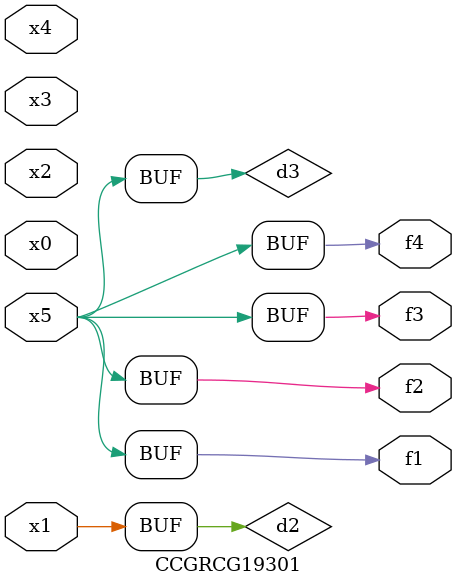
<source format=v>
module CCGRCG19301(
	input x0, x1, x2, x3, x4, x5,
	output f1, f2, f3, f4
);

	wire d1, d2, d3;

	not (d1, x5);
	or (d2, x1);
	xnor (d3, d1);
	assign f1 = d3;
	assign f2 = d3;
	assign f3 = d3;
	assign f4 = d3;
endmodule

</source>
